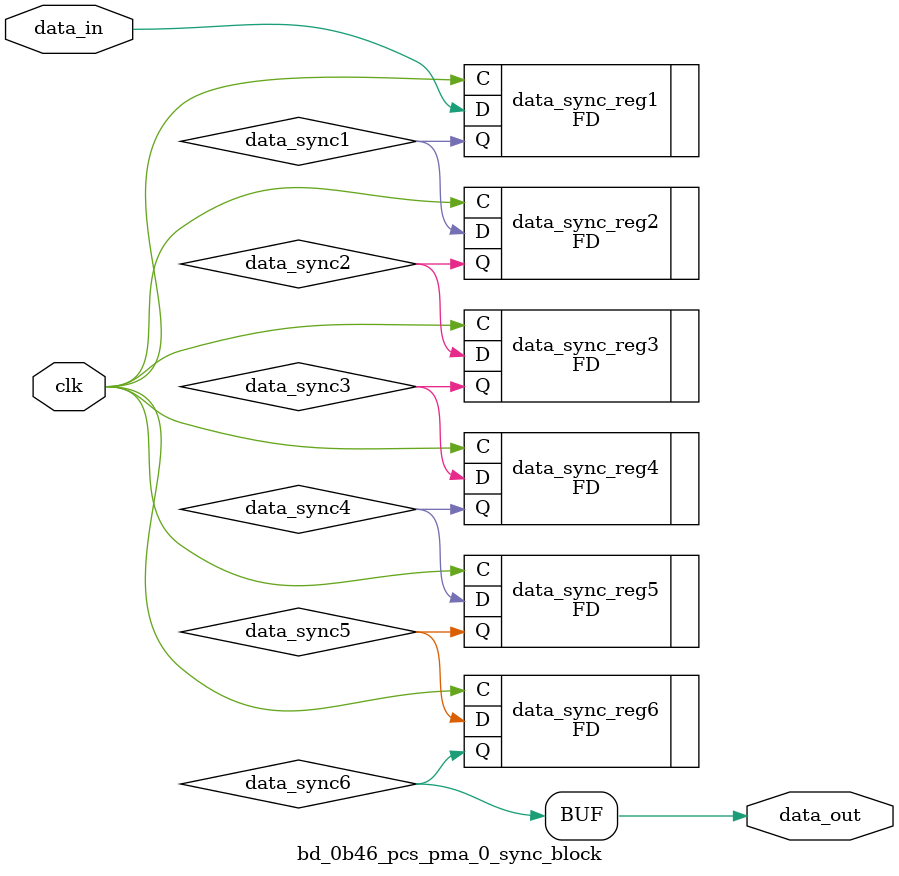
<source format=v>

`timescale 1ps / 1ps

module bd_0b46_pcs_pma_0_sync_block #(
  parameter INITIALISE = 2'b00
)
(
  input        clk,              // clock to be sync'ed to
  input        data_in,          // Data to be 'synced'
  output       data_out          // synced data
);

  // Internal Signals
  wire data_sync1;
  wire data_sync2;
  wire data_sync3;
  wire data_sync4;
  wire data_sync5;
  wire data_sync6;


  (* shreg_extract = "no", ASYNC_REG = "TRUE" *)
  FD #(
    .INIT (INITIALISE[0])
  ) data_sync_reg1 (
    .C  (clk),
    .D  (data_in),
    .Q  (data_sync1)
  );


  (* shreg_extract = "no", ASYNC_REG = "TRUE" *)
  FD #(
   .INIT (INITIALISE[1])
  ) data_sync_reg2 (
  .C  (clk),
  .D  (data_sync1),
  .Q  (data_sync2)
  );


  (* shreg_extract = "no", ASYNC_REG = "TRUE" *)
  FD #(
   .INIT (INITIALISE[1])
  ) data_sync_reg3 (
  .C  (clk),
  .D  (data_sync2),
  .Q  (data_sync3)
  );

  (* shreg_extract = "no", ASYNC_REG = "TRUE" *)
  FD #(
   .INIT (INITIALISE[1])
  ) data_sync_reg4 (
  .C  (clk),
  .D  (data_sync3),
  .Q  (data_sync4)
  );

  (* shreg_extract = "no", ASYNC_REG = "TRUE" *)
  FD #(
   .INIT (INITIALISE[1])
  ) data_sync_reg5 (
  .C  (clk),
  .D  (data_sync4),
  .Q  (data_sync5)
  );

  (* shreg_extract = "no", ASYNC_REG = "TRUE" *)
  FD #(
   .INIT (INITIALISE[1])
  ) data_sync_reg6 (
  .C  (clk),
  .D  (data_sync5),
  .Q  (data_sync6)
  );
  assign data_out = data_sync6;


endmodule



</source>
